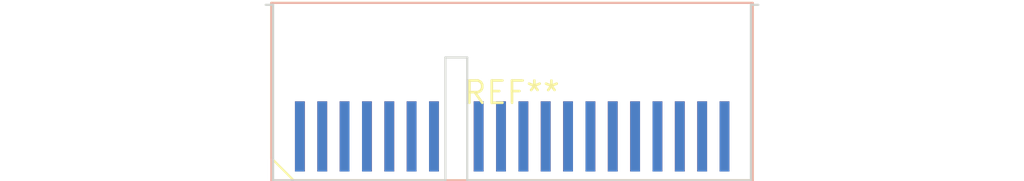
<source format=kicad_pcb>
(kicad_pcb (version 20240108) (generator pcbnew)
  (layers (0 "F.Cu" signal) (31 "B.Cu" signal) (34 "B.Paste" user) (35 "F.Paste" user) (36 "B.SilkS" user "B.Silkscreen") (37 "F.SilkS" user "F.Silkscreen") (38 "B.Mask" user) (39 "F.Mask" user) (44 "Edge.Cuts" user))
  (net 0 "")
  (footprint "Samtec_MECF-20-0_-L-DV_2x20_P1.27mm_Polarized_Edge" (layer "F.Cu") (at 0 0)
    (property "Reference" "REF**")
    (property "Value" "Samtec_MECF-20-0_-L-DV_2x20_P1.27mm_Polarized_Edge")
    (fp_line (start -13.68 -5.11) (end 13.68 -5.11) (layer "B.SilkS") (stroke (width 0.12)))
    (fp_line (start -13.68 5) (end -13.68 -5.11) (layer "B.SilkS") (stroke (width 0.12)))
    (fp_line (start -13.68 5) (end 13.68 5) (layer "B.SilkS") (stroke (width 0.12)))
    (fp_line (start 13.68 5) (end 13.68 -5.11) (layer "B.SilkS") (stroke (width 0.12)))
    (fp_line (start -13.68 -5.11) (end 13.68 -5.11) (layer "F.SilkS") (stroke (width 0.12)))
    (fp_line (start -13.68 3.73) (end -13.68 -5.11) (layer "F.SilkS") (stroke (width 0.12)))
    (fp_line (start -12.41 5) (end -13.68 3.73) (layer "F.SilkS") (stroke (width 0.12)))
    (fp_line (start -12.41 5) (end 13.68 5) (layer "F.SilkS") (stroke (width 0.12)))
    (fp_line (start 13.68 5) (end 13.68 -5.11) (layer "F.SilkS") (stroke (width 0.12)))
    (fp_line (start -14 -5) (end -13.575 -5) (layer "Edge.Cuts") (stroke (width 0.12)))
    (fp_line (start -13.575 5) (end -13.575 -5) (layer "Edge.Cuts") (stroke (width 0.12)))
    (fp_line (start -13.575 5) (end -3.785 5) (layer "Edge.Cuts") (stroke (width 0.12)))
    (fp_line (start -3.785 -2) (end -2.545 -2) (layer "Edge.Cuts") (stroke (width 0.12)))
    (fp_line (start -3.785 5) (end -3.785 -2) (layer "Edge.Cuts") (stroke (width 0.12)))
    (fp_line (start -2.545 5) (end -2.545 -2) (layer "Edge.Cuts") (stroke (width 0.12)))
    (fp_line (start -2.545 5) (end 13.575 5) (layer "Edge.Cuts") (stroke (width 0.12)))
    (fp_line (start 13.575 5) (end 13.575 -5) (layer "Edge.Cuts") (stroke (width 0.12)))
    (fp_line (start 14 -5) (end 13.575 -5) (layer "Edge.Cuts") (stroke (width 0.12)))
    (pad "1" connect rect (at -12.055 2.5) (size 0.56 4) (layers "F.Cu" "F.Mask"))
    (pad "2" connect rect (at -12.055 2.5) (size 0.56 4) (layers "B.Cu" "B.Mask"))
    (pad "3" connect rect (at -10.785 2.5) (size 0.56 4) (layers "F.Cu" "F.Mask"))
    (pad "4" connect rect (at -10.785 2.5) (size 0.56 4) (layers "B.Cu" "B.Mask"))
    (pad "5" connect rect (at -9.515 2.5) (size 0.56 4) (layers "F.Cu" "F.Mask"))
    (pad "6" connect rect (at -9.515 2.5) (size 0.56 4) (layers "B.Cu" "B.Mask"))
    (pad "7" connect rect (at -8.245 2.5) (size 0.56 4) (layers "F.Cu" "F.Mask"))
    (pad "8" connect rect (at -8.245 2.5) (size 0.56 4) (layers "B.Cu" "B.Mask"))
    (pad "9" connect rect (at -6.975 2.5) (size 0.56 4) (layers "F.Cu" "F.Mask"))
    (pad "10" connect rect (at -6.975 2.5) (size 0.56 4) (layers "B.Cu" "B.Mask"))
    (pad "11" connect rect (at -5.705 2.5) (size 0.56 4) (layers "F.Cu" "F.Mask"))
    (pad "12" connect rect (at -5.705 2.5) (size 0.56 4) (layers "B.Cu" "B.Mask"))
    (pad "13" connect rect (at -4.435 2.5) (size 0.56 4) (layers "F.Cu" "F.Mask"))
    (pad "14" connect rect (at -4.435 2.5) (size 0.56 4) (layers "B.Cu" "B.Mask"))
    (pad "17" connect rect (at -1.895 2.5) (size 0.56 4) (layers "F.Cu" "F.Mask"))
    (pad "18" connect rect (at -1.895 2.5) (size 0.56 4) (layers "B.Cu" "B.Mask"))
    (pad "19" connect rect (at -0.625 2.5) (size 0.56 4) (layers "F.Cu" "F.Mask"))
    (pad "20" connect rect (at -0.625 2.5) (size 0.56 4) (layers "B.Cu" "B.Mask"))
    (pad "21" connect rect (at 0.645 2.5) (size 0.56 4) (layers "F.Cu" "F.Mask"))
    (pad "22" connect rect (at 0.645 2.5) (size 0.56 4) (layers "B.Cu" "B.Mask"))
    (pad "23" connect rect (at 1.915 2.5) (size 0.56 4) (layers "F.Cu" "F.Mask"))
    (pad "24" connect rect (at 1.915 2.5) (size 0.56 4) (layers "B.Cu" "B.Mask"))
    (pad "25" connect rect (at 3.185 2.5) (size 0.56 4) (layers "F.Cu" "F.Mask"))
    (pad "26" connect rect (at 3.185 2.5) (size 0.56 4) (layers "B.Cu" "B.Mask"))
    (pad "27" connect rect (at 4.455 2.5) (size 0.56 4) (layers "F.Cu" "F.Mask"))
    (pad "28" connect rect (at 4.455 2.5) (size 0.56 4) (layers "B.Cu" "B.Mask"))
    (pad "29" connect rect (at 5.725 2.5) (size 0.56 4) (layers "F.Cu" "F.Mask"))
    (pad "30" connect rect (at 5.725 2.5) (size 0.56 4) (layers "B.Cu" "B.Mask"))
    (pad "31" connect rect (at 6.995 2.5) (size 0.56 4) (layers "F.Cu" "F.Mask"))
    (pad "32" connect rect (at 6.995 2.5) (size 0.56 4) (layers "B.Cu" "B.Mask"))
    (pad "33" connect rect (at 8.265 2.5) (size 0.56 4) (layers "F.Cu" "F.Mask"))
    (pad "34" connect rect (at 8.265 2.5) (size 0.56 4) (layers "B.Cu" "B.Mask"))
    (pad "35" connect rect (at 9.535 2.5) (size 0.56 4) (layers "F.Cu" "F.Mask"))
    (pad "36" connect rect (at 9.535 2.5) (size 0.56 4) (layers "B.Cu" "B.Mask"))
    (pad "37" connect rect (at 10.805 2.5) (size 0.56 4) (layers "F.Cu" "F.Mask"))
    (pad "38" connect rect (at 10.805 2.5) (size 0.56 4) (layers "B.Cu" "B.Mask"))
    (pad "39" connect rect (at 12.075 2.5) (size 0.56 4) (layers "F.Cu" "F.Mask"))
    (pad "40" connect rect (at 12.075 2.5) (size 0.56 4) (layers "B.Cu" "B.Mask"))
  )
)
</source>
